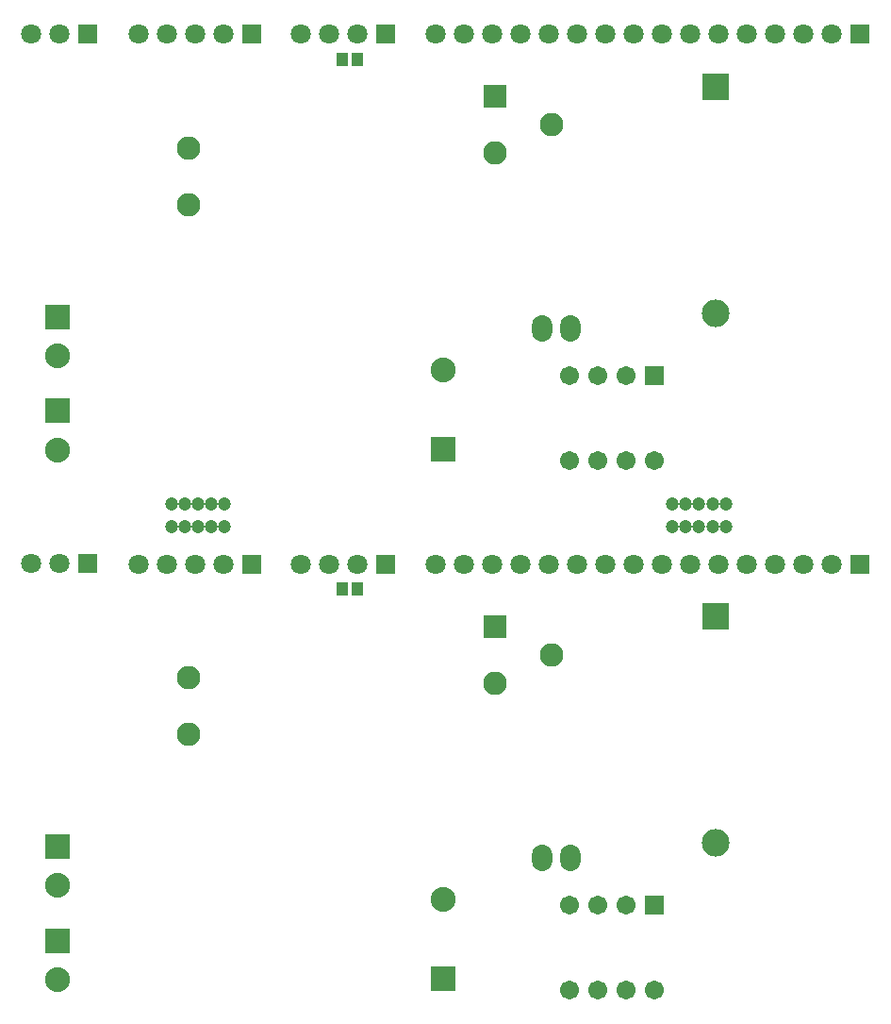
<source format=gbs>
G04*
G04 #@! TF.GenerationSoftware,Altium Limited,Altium Designer,21.9.2 (33)*
G04*
G04 Layer_Color=16711935*
%FSTAX24Y24*%
%MOIN*%
G70*
G04*
G04 #@! TF.SameCoordinates,6253CE77-86D3-43C4-916D-D03A74546D46*
G04*
G04*
G04 #@! TF.FilePolarity,Negative*
G04*
G01*
G75*
%ADD51R,0.0395X0.0454*%
%ADD61C,0.0474*%
%ADD62R,0.0671X0.0671*%
%ADD63C,0.0671*%
%ADD64R,0.0830X0.0830*%
%ADD65C,0.0830*%
%ADD66R,0.0710X0.0710*%
%ADD67C,0.0710*%
%ADD68C,0.0880*%
%ADD69R,0.0880X0.0880*%
%ADD70O,0.0730X0.0930*%
%ADD71R,0.0980X0.0980*%
%ADD72C,0.0980*%
D51*
X035392Y02685D02*
D03*
X034841D02*
D03*
X035392Y045554D02*
D03*
X034841D02*
D03*
D61*
X046519Y029063D02*
D03*
X046991D02*
D03*
X047464D02*
D03*
X047936D02*
D03*
X048409D02*
D03*
X046519Y029851D02*
D03*
X046991D02*
D03*
X047464D02*
D03*
X047936D02*
D03*
X048409D02*
D03*
X028802Y029063D02*
D03*
X029275D02*
D03*
X029747D02*
D03*
X03022D02*
D03*
X030692D02*
D03*
Y029851D02*
D03*
X03022D02*
D03*
X029747D02*
D03*
X029275D02*
D03*
X028802D02*
D03*
D62*
X045886Y01569D02*
D03*
Y034394D02*
D03*
D63*
X044886Y01569D02*
D03*
X043886D02*
D03*
X042886D02*
D03*
X045886Y01269D02*
D03*
X044886D02*
D03*
X043886D02*
D03*
X042886D02*
D03*
X044886Y034394D02*
D03*
X043886D02*
D03*
X042886D02*
D03*
X045886Y031394D02*
D03*
X044886D02*
D03*
X043886D02*
D03*
X042886D02*
D03*
D64*
X040236Y02554D02*
D03*
Y044244D02*
D03*
D65*
X042236Y02454D02*
D03*
X040236Y02354D02*
D03*
X029416Y02372D02*
D03*
Y02172D02*
D03*
X042236Y043244D02*
D03*
X040236Y042244D02*
D03*
X029416Y042424D02*
D03*
Y040424D02*
D03*
D66*
X025856Y02775D02*
D03*
X031636Y02774D02*
D03*
X036386D02*
D03*
X053136D02*
D03*
X025856Y046454D02*
D03*
X031636Y046444D02*
D03*
X036386D02*
D03*
X053136D02*
D03*
D67*
X024856Y02775D02*
D03*
X023856D02*
D03*
X029636Y02774D02*
D03*
X030636D02*
D03*
X028636D02*
D03*
X027636D02*
D03*
X033386D02*
D03*
X034386D02*
D03*
X035386D02*
D03*
X040136D02*
D03*
X041136D02*
D03*
X045136D02*
D03*
X048136D02*
D03*
X050136D02*
D03*
X052136D02*
D03*
X051136D02*
D03*
X049136D02*
D03*
X047136D02*
D03*
X046136D02*
D03*
X044136D02*
D03*
X043136D02*
D03*
X042136D02*
D03*
X039136D02*
D03*
X038136D02*
D03*
X024856Y046454D02*
D03*
X023856D02*
D03*
X029636Y046444D02*
D03*
X030636D02*
D03*
X028636D02*
D03*
X027636D02*
D03*
X033386D02*
D03*
X034386D02*
D03*
X035386D02*
D03*
X040136D02*
D03*
X041136D02*
D03*
X045136D02*
D03*
X048136D02*
D03*
X050136D02*
D03*
X052136D02*
D03*
X051136D02*
D03*
X049136D02*
D03*
X047136D02*
D03*
X046136D02*
D03*
X044136D02*
D03*
X043136D02*
D03*
X042136D02*
D03*
X039136D02*
D03*
X038136D02*
D03*
D68*
X024786Y01639D02*
D03*
Y013062D02*
D03*
X03842Y01589D02*
D03*
X024786Y035094D02*
D03*
Y031766D02*
D03*
X03842Y034594D02*
D03*
D69*
X024786Y017768D02*
D03*
Y01444D02*
D03*
X03842Y013103D02*
D03*
X024786Y036472D02*
D03*
Y033144D02*
D03*
X03842Y031807D02*
D03*
D70*
X042916Y01737D02*
D03*
X041916D02*
D03*
X042916Y036074D02*
D03*
X041916D02*
D03*
D71*
X048036Y02589D02*
D03*
Y044594D02*
D03*
D72*
Y01789D02*
D03*
Y036594D02*
D03*
M02*

</source>
